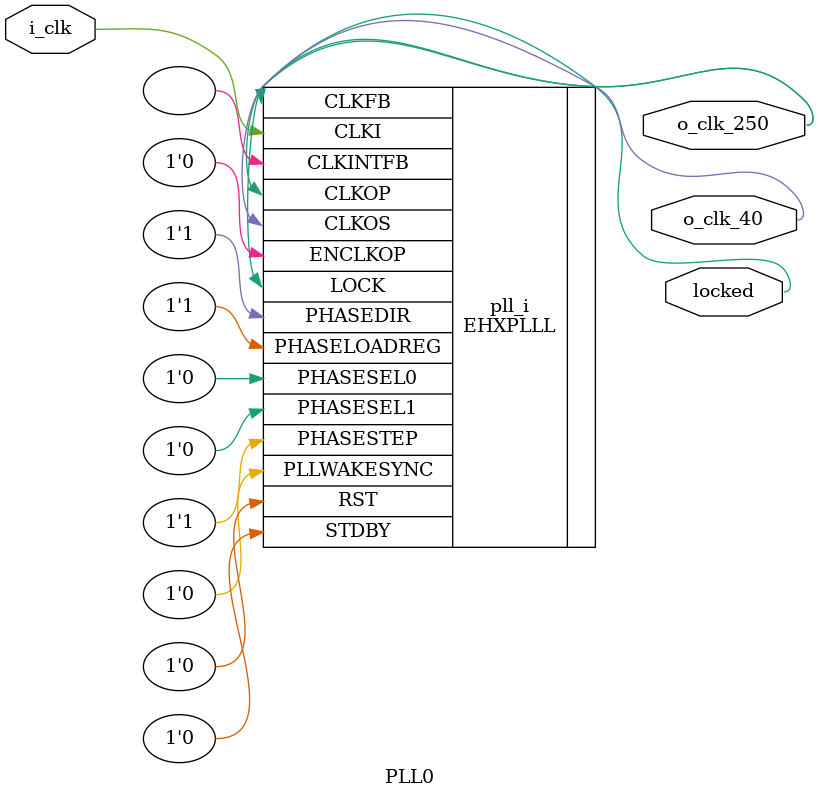
<source format=sv>
module PLL0
(
    input i_clk, // 25 MHz, 0 deg
    output o_clk_250, // 250 MHz, 0 deg
    output o_clk_40, // 41.6667 MHz, 0 deg
    output locked
);
(* FREQUENCY_PIN_CLKI="25" *)
(* FREQUENCY_PIN_CLKOP="250" *)
(* FREQUENCY_PIN_CLKOS="41.6667" *)
(* ICP_CURRENT="12" *) (* LPF_RESISTOR="8" *) (* MFG_ENABLE_FILTEROPAMP="1" *) (* MFG_GMCREF_SEL="2" *)
EHXPLLL #(
        .PLLRST_ENA("DISABLED"),
        .INTFB_WAKE("DISABLED"),
        .STDBY_ENABLE("DISABLED"),
        .DPHASE_SOURCE("DISABLED"),
        .OUTDIVIDER_MUXA("DIVA"),
        .OUTDIVIDER_MUXB("DIVB"),
        .OUTDIVIDER_MUXC("DIVC"),
        .OUTDIVIDER_MUXD("DIVD"),
        .CLKI_DIV(1),
        .CLKOP_ENABLE("ENABLED"),
        .CLKOP_DIV(2),
        .CLKOP_CPHASE(0),
        .CLKOP_FPHASE(0),
        .CLKOS_ENABLE("ENABLED"),
        .CLKOS_DIV(12),
        .CLKOS_CPHASE(0),
        .CLKOS_FPHASE(0),
        .FEEDBK_PATH("CLKOP"),
        .CLKFB_DIV(10)
    ) pll_i (
        .RST(1'b0),
        .STDBY(1'b0),
        .CLKI(i_clk),
        .CLKOP(o_clk_250),
        .CLKOS(o_clk_40),
        .CLKFB(o_clk_250),
        .CLKINTFB(),
        .PHASESEL0(1'b0),
        .PHASESEL1(1'b0),
        .PHASEDIR(1'b1),
        .PHASESTEP(1'b1),
        .PHASELOADREG(1'b1),
        .PLLWAKESYNC(1'b0),
        .ENCLKOP(1'b0),
        .LOCK(locked)
	);
endmodule

</source>
